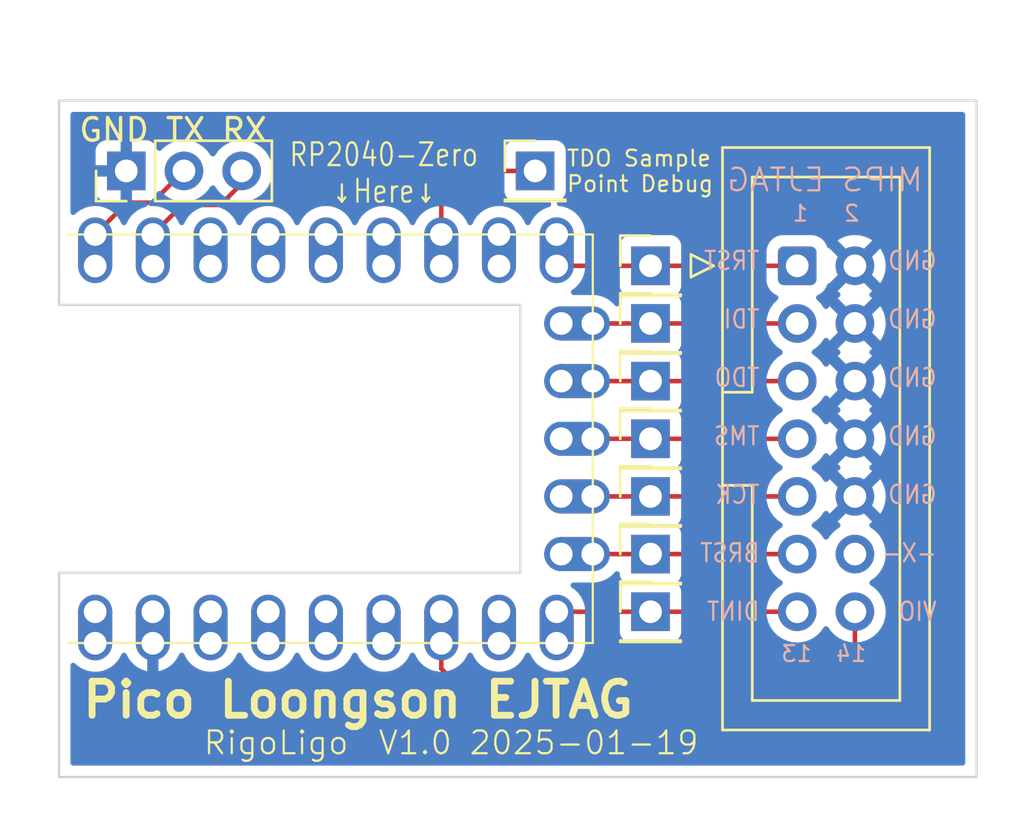
<source format=kicad_pcb>
(kicad_pcb (version 20240108) (generator "pcbnew") (generator_version "8.0")
  (title_block (title "Pico Loongson EJTAG Breakout") (date "2025-01-19") (rev "V1.0"))
  (layers (0 "F.Cu" signal) (31 "B.Cu" signal) (34 "B.Paste" user) (35 "F.Paste" user) (36 "B.SilkS" user "B.Silkscreen") (37 "F.SilkS" user "F.Silkscreen") (38 "B.Mask" user) (39 "F.Mask" user) (44 "Edge.Cuts" user))
  (net 0 "")
  (net 1 "GND")
  (net 2 "/DINT")
  (net 3 "/BRST")
  (net 4 "/TMS")
  (net 5 "/TCK")
  (net 6 "/VIO")
  (net 7 "/TDO")
  (net 8 "/TDI")
  (net 9 "/TRST")
  (net 11 "/TXD")
  (net 12 "/RXD")
  (net 35 "/TDO_SAMPLE_CLK")
  (footprint "Connector_PinHeader_2.54mm:PinHeader_1x01_P2.54mm_Vertical" (layer "F.Cu") (at 129.54 80.38)
    (property "Reference" "TP3" (hide yes))
    (property "Value" "TestPoint")
    (fp_line (start -1.33 -1.33) (end 0 -1.33) (stroke (width 0.12)) (layer "F.SilkS"))
    (fp_line (start -1.33 0) (end -1.33 -1.33) (stroke (width 0.12)) (layer "F.SilkS"))
    (fp_line (start -1.33 1.27) (end -1.33 1.33) (stroke (width 0.12)) (layer "F.SilkS"))
    (fp_line (start -1.33 1.27) (end 1.33 1.27) (stroke (width 0.12)) (layer "F.SilkS"))
    (fp_line (start -1.33 1.33) (end 1.33 1.33) (stroke (width 0.12)) (layer "F.SilkS"))
    (fp_line (start 1.33 1.27) (end 1.33 1.33) (stroke (width 0.12)) (layer "F.SilkS"))
    (pad "1" thru_hole rect (at 0 0) (size 1.7 1.7) (drill 1) (layers "*.Cu" "*.Mask") (net 7 "/TDO"))
  )
  (footprint "Connector_PinHeader_2.54mm:PinHeader_1x01_P2.54mm_Vertical" (layer "F.Cu") (at 129.54 82.92)
    (property "Reference" "TP4" (hide yes))
    (property "Value" "TestPoint")
    (fp_line (start -1.33 -1.33) (end 0 -1.33) (stroke (width 0.12)) (layer "F.SilkS"))
    (fp_line (start -1.33 0) (end -1.33 -1.33) (stroke (width 0.12)) (layer "F.SilkS"))
    (fp_line (start -1.33 1.27) (end -1.33 1.33) (stroke (width 0.12)) (layer "F.SilkS"))
    (fp_line (start -1.33 1.27) (end 1.33 1.27) (stroke (width 0.12)) (layer "F.SilkS"))
    (fp_line (start -1.33 1.33) (end 1.33 1.33) (stroke (width 0.12)) (layer "F.SilkS"))
    (fp_line (start 1.33 1.27) (end 1.33 1.33) (stroke (width 0.12)) (layer "F.SilkS"))
    (pad "1" thru_hole rect (at 0 0) (size 1.7 1.7) (drill 1) (layers "*.Cu" "*.Mask") (net 4 "/TMS"))
  )
  (footprint "Connector_PinHeader_2.54mm:PinHeader_1x01_P2.54mm_Vertical" (layer "F.Cu") (at 129.54 75.3)
    (property "Reference" "TP1" (hide yes))
    (property "Value" "TestPoint")
    (fp_line (start -1.33 -1.33) (end 0 -1.33) (stroke (width 0.12)) (layer "F.SilkS"))
    (fp_line (start -1.33 0) (end -1.33 -1.33) (stroke (width 0.12)) (layer "F.SilkS"))
    (fp_line (start -1.33 1.27) (end -1.33 1.33) (stroke (width 0.12)) (layer "F.SilkS"))
    (fp_line (start -1.33 1.27) (end 1.33 1.27) (stroke (width 0.12)) (layer "F.SilkS"))
    (fp_line (start -1.33 1.33) (end 1.33 1.33) (stroke (width 0.12)) (layer "F.SilkS"))
    (fp_line (start 1.33 1.27) (end 1.33 1.33) (stroke (width 0.12)) (layer "F.SilkS"))
    (pad "1" thru_hole rect (at 0 0) (size 1.7 1.7) (drill 1) (layers "*.Cu" "*.Mask") (net 9 "/TRST"))
  )
  (footprint "Connector_PinHeader_2.54mm:PinHeader_1x01_P2.54mm_Vertical" (layer "F.Cu") (at 129.54 77.84)
    (property "Reference" "TP2" (hide yes))
    (property "Value" "TestPoint")
    (fp_line (start -1.33 -1.33) (end 0 -1.33) (stroke (width 0.12)) (layer "F.SilkS"))
    (fp_line (start -1.33 0) (end -1.33 -1.33) (stroke (width 0.12)) (layer "F.SilkS"))
    (fp_line (start -1.33 1.27) (end -1.33 1.33) (stroke (width 0.12)) (layer "F.SilkS"))
    (fp_line (start -1.33 1.27) (end 1.33 1.27) (stroke (width 0.12)) (layer "F.SilkS"))
    (fp_line (start -1.33 1.33) (end 1.33 1.33) (stroke (width 0.12)) (layer "F.SilkS"))
    (fp_line (start 1.33 1.27) (end 1.33 1.33) (stroke (width 0.12)) (layer "F.SilkS"))
    (pad "1" thru_hole rect (at 0 0) (size 1.7 1.7) (drill 1) (layers "*.Cu" "*.Mask") (net 8 "/TDI"))
  )
  (footprint "Connector_PinHeader_2.54mm:PinHeader_1x01_P2.54mm_Vertical" (layer "F.Cu") (at 124.46 71.12)
    (property "Reference" "TP8" (hide yes))
    (property "Value" "TestPoint")
    (fp_line (start -1.33 -1.33) (end 0 -1.33) (stroke (width 0.12)) (layer "F.SilkS"))
    (fp_line (start -1.33 0) (end -1.33 -1.33) (stroke (width 0.12)) (layer "F.SilkS"))
    (fp_line (start -1.33 1.27) (end -1.33 1.33) (stroke (width 0.12)) (layer "F.SilkS"))
    (fp_line (start -1.33 1.27) (end 1.33 1.27) (stroke (width 0.12)) (layer "F.SilkS"))
    (fp_line (start -1.33 1.33) (end 1.33 1.33) (stroke (width 0.12)) (layer "F.SilkS"))
    (fp_line (start 1.33 1.27) (end 1.33 1.33) (stroke (width 0.12)) (layer "F.SilkS"))
    (pad "1" thru_hole rect (at 0 0) (size 1.7 1.7) (drill 1) (layers "*.Cu" "*.Mask") (net 35 "/TDO_SAMPLE_CLK"))
  )
  (footprint "Connector_IDC:IDC-Header_2x07_P2.54mm_Vertical" (layer "F.Cu") (at 136 75.3)
    (property "Reference" "J1" (hide yes))
    (property "Value" "Loongson EJTAG")
    (fp_line (start -4.68 -0.5) (end -4.68 0.5) (stroke (width 0.12)) (layer "F.SilkS"))
    (fp_line (start -4.68 0.5) (end -3.68 0) (stroke (width 0.12)) (layer "F.SilkS"))
    (fp_line (start -3.68 0) (end -4.68 -0.5) (stroke (width 0.12)) (layer "F.SilkS"))
    (fp_line (start -3.29 -5.21) (end 5.83 -5.21) (stroke (width 0.12)) (layer "F.SilkS"))
    (fp_line (start -3.29 5.57) (end -1.98 5.57) (stroke (width 0.12)) (layer "F.SilkS"))
    (fp_line (start -3.29 20.45) (end -3.29 -5.21) (stroke (width 0.12)) (layer "F.SilkS"))
    (fp_line (start -1.98 -3.91) (end 4.52 -3.91) (stroke (width 0.12)) (layer "F.SilkS"))
    (fp_line (start -1.98 5.57) (end -1.98 -3.91) (stroke (width 0.12)) (layer "F.SilkS"))
    (fp_line (start -1.98 9.67) (end -3.29 9.67) (stroke (width 0.12)) (layer "F.SilkS"))
    (fp_line (start -1.98 9.67) (end -1.98 9.67) (stroke (width 0.12)) (layer "F.SilkS"))
    (fp_line (start -1.98 19.15) (end -1.98 9.67) (stroke (width 0.12)) (layer "F.SilkS"))
    (fp_line (start 4.52 -3.91) (end 4.52 19.15) (stroke (width 0.12)) (layer "F.SilkS"))
    (fp_line (start 4.52 19.15) (end -1.98 19.15) (stroke (width 0.12)) (layer "F.SilkS"))
    (fp_line (start 5.83 -5.21) (end 5.83 20.45) (stroke (width 0.12)) (layer "F.SilkS"))
    (fp_line (start 5.83 20.45) (end -3.29 20.45) (stroke (width 0.12)) (layer "F.SilkS"))
    (pad "1" thru_hole roundrect (at 0 0) (size 1.7 1.7) (drill 1) (layers "*.Cu" "*.Mask") (roundrect_rratio 0.147059) (net 9 "/TRST"))
    (pad "2" thru_hole circle (at 2.54 0) (size 1.7 1.7) (drill 1) (layers "*.Cu" "*.Mask") (net 1 "GND"))
    (pad "3" thru_hole circle (at 0 2.54) (size 1.7 1.7) (drill 1) (layers "*.Cu" "*.Mask") (net 8 "/TDI"))
    (pad "4" thru_hole circle (at 2.54 2.54) (size 1.7 1.7) (drill 1) (layers "*.Cu" "*.Mask") (net 1 "GND"))
    (pad "5" thru_hole circle (at 0 5.08) (size 1.7 1.7) (drill 1) (layers "*.Cu" "*.Mask") (net 7 "/TDO"))
    (pad "6" thru_hole circle (at 2.54 5.08) (size 1.7 1.7) (drill 1) (layers "*.Cu" "*.Mask") (net 1 "GND"))
    (pad "7" thru_hole circle (at 0 7.62) (size 1.7 1.7) (drill 1) (layers "*.Cu" "*.Mask") (net 4 "/TMS"))
    (pad "8" thru_hole circle (at 2.54 7.62) (size 1.7 1.7) (drill 1) (layers "*.Cu" "*.Mask") (net 1 "GND"))
    (pad "9" thru_hole circle (at 0 10.16) (size 1.7 1.7) (drill 1) (layers "*.Cu" "*.Mask") (net 5 "/TCK"))
    (pad "10" thru_hole circle (at 2.54 10.16) (size 1.7 1.7) (drill 1) (layers "*.Cu" "*.Mask") (net 1 "GND"))
    (pad "11" thru_hole circle (at 0 12.7) (size 1.7 1.7) (drill 1) (layers "*.Cu" "*.Mask") (net 3 "/BRST"))
    (pad "12" thru_hole circle (at 2.54 12.7) (size 1.7 1.7) (drill 1) (layers "*.Cu" "*.Mask"))
    (pad "13" thru_hole circle (at 0 15.24) (size 1.7 1.7) (drill 1) (layers "*.Cu" "*.Mask") (net 2 "/DINT"))
    (pad "14" thru_hole circle (at 2.54 15.24) (size 1.7 1.7) (drill 1) (layers "*.Cu" "*.Mask") (net 6 "/VIO"))
  )
  (footprint "Connector_PinHeader_2.54mm:PinHeader_1x01_P2.54mm_Vertical" (layer "F.Cu") (at 129.54 88)
    (property "Reference" "TP6" (hide yes))
    (property "Value" "TestPoint")
    (fp_line (start -1.33 -1.33) (end 0 -1.33) (stroke (width 0.12)) (layer "F.SilkS"))
    (fp_line (start -1.33 0) (end -1.33 -1.33) (stroke (width 0.12)) (layer "F.SilkS"))
    (fp_line (start -1.33 1.27) (end -1.33 1.33) (stroke (width 0.12)) (layer "F.SilkS"))
    (fp_line (start -1.33 1.27) (end 1.33 1.27) (stroke (width 0.12)) (layer "F.SilkS"))
    (fp_line (start -1.33 1.33) (end 1.33 1.33) (stroke (width 0.12)) (layer "F.SilkS"))
    (fp_line (start 1.33 1.27) (end 1.33 1.33) (stroke (width 0.12)) (layer "F.SilkS"))
    (pad "1" thru_hole rect (at 0 0) (size 1.7 1.7) (drill 1) (layers "*.Cu" "*.Mask") (net 3 "/BRST"))
  )
  (footprint "Connector_PinHeader_2.54mm:PinHeader_1x01_P2.54mm_Vertical" (layer "F.Cu") (at 129.54 85.46)
    (property "Reference" "TP5" (hide yes))
    (property "Value" "TestPoint")
    (fp_line (start -1.33 -1.33) (end 0 -1.33) (stroke (width 0.12)) (layer "F.SilkS"))
    (fp_line (start -1.33 0) (end -1.33 -1.33) (stroke (width 0.12)) (layer "F.SilkS"))
    (fp_line (start -1.33 1.27) (end -1.33 1.33) (stroke (width 0.12)) (layer "F.SilkS"))
    (fp_line (start -1.33 1.27) (end 1.33 1.27) (stroke (width 0.12)) (layer "F.SilkS"))
    (fp_line (start -1.33 1.33) (end 1.33 1.33) (stroke (width 0.12)) (layer "F.SilkS"))
    (fp_line (start 1.33 1.27) (end 1.33 1.33) (stroke (width 0.12)) (layer "F.SilkS"))
    (pad "1" thru_hole rect (at 0 0) (size 1.7 1.7) (drill 1) (layers "*.Cu" "*.Mask") (net 5 "/TCK"))
  )
  (footprint "Connector_PinHeader_2.54mm:PinHeader_1x03_P2.54mm_Vertical" (layer "F.Cu") (at 106.46 71.12 90)
    (property "Reference" "J2" (hide yes))
    (property "Value" "Conn_01x03_Socket")
    (fp_line (start -1.33 -1.33) (end 0 -1.33) (stroke (width 0.12)) (layer "F.SilkS"))
    (fp_line (start -1.33 0) (end -1.33 -1.33) (stroke (width 0.12)) (layer "F.SilkS"))
    (fp_line (start 1.33 1.27) (end 1.33 6.41) (stroke (width 0.12)) (layer "F.SilkS"))
    (fp_line (start -1.33 1.27) (end 1.33 1.27) (stroke (width 0.12)) (layer "F.SilkS"))
    (fp_line (start -1.33 1.27) (end -1.33 6.41) (stroke (width 0.12)) (layer "F.SilkS"))
    (fp_line (start -1.33 6.41) (end 1.33 6.41) (stroke (width 0.12)) (layer "F.SilkS"))
    (pad "1" thru_hole rect (at 0 0 90) (size 1.7 1.7) (drill 1) (layers "*.Cu" "*.Mask") (net 1 "GND"))
    (pad "2" thru_hole oval (at 0 2.54 90) (size 1.7 1.7) (drill 1) (layers "*.Cu" "*.Mask") (net 11 "/TXD"))
    (pad "3" thru_hole oval (at 0 5.08 90) (size 1.7 1.7) (drill 1) (layers "*.Cu" "*.Mask") (net 12 "/RXD"))
  )
  (footprint "Rigo_Breakout_Board:RP2040-Zero" (layer "F.Cu") (at 115.25 82.92 90)
    (property "Reference" "U1" (hide yes))
    (property "Value" "RP2040-Zero")
    (pad "1" thru_hole oval (at 7.61 -10.16 90) (size 2.88 1.5) (drill 1 (offset 0.69 0)) (layers "*.Cu" "*.Mask") (net 11 "/TXD"))
    (pad "1" thru_hole oval (at 9 -10.16 90) (size 1.5 1.5) (drill 1) (layers "*.Cu" "*.Mask") (net 11 "/TXD"))
    (pad "2" thru_hole oval (at 7.61 -7.62 90) (size 2.88 1.5) (drill 1 (offset 0.69 0)) (layers "*.Cu" "*.Mask") (net 12 "/RXD"))
    (pad "2" thru_hole oval (at 9 -7.62 90) (size 1.5 1.5) (drill 1) (layers "*.Cu" "*.Mask") (net 12 "/RXD"))
    (pad "3" thru_hole oval (at 7.61 -5.08 90) (size 2.88 1.5) (drill 1 (offset 0.69 0)) (layers "*.Cu" "*.Mask"))
    (pad "3" thru_hole oval (at 9 -5.08 90) (size 1.5 1.5) (drill 1) (layers "*.Cu" "*.Mask"))
    (pad "4" thru_hole oval (at 7.61 -2.54 90) (size 2.88 1.5) (drill 1 (offset 0.69 0)) (layers "*.Cu" "*.Mask"))
    (pad "4" thru_hole oval (at 9 -2.54 90) (size 1.5 1.5) (drill 1) (layers "*.Cu" "*.Mask"))
    (pad "5" thru_hole oval (at 7.61 0 90) (size 2.88 1.5) (drill 1 (offset 0.69 0)) (layers "*.Cu" "*.Mask"))
    (pad "5" thru_hole oval (at 9 0 90) (size 1.5 1.5) (drill 1) (layers "*.Cu" "*.Mask"))
    (pad "6" thru_hole oval (at 7.61 2.54 90) (size 2.88 1.5) (drill 1 (offset 0.69 0)) (layers "*.Cu" "*.Mask"))
    (pad "6" thru_hole oval (at 9 2.54 90) (size 1.5 1.5) (drill 1) (layers "*.Cu" "*.Mask"))
    (pad "7" thru_hole oval (at 7.61 5.08 90) (size 2.88 1.5) (drill 1 (offset 0.69 0)) (layers "*.Cu" "*.Mask") (net 35 "/TDO_SAMPLE_CLK"))
    (pad "7" thru_hole oval (at 9 5.08 90) (size 1.5 1.5) (drill 1) (layers "*.Cu" "*.Mask") (net 35 "/TDO_SAMPLE_CLK"))
    (pad "8" thru_hole oval (at 7.61 7.62 90) (size 2.88 1.5) (drill 1 (offset 0.69 0)) (layers "*.Cu" "*.Mask"))
    (pad "8" thru_hole oval (at 9 7.62 90) (size 1.5 1.5) (drill 1) (layers "*.Cu" "*.Mask"))
    (pad "9" thru_hole oval (at 7.61 10.16 90) (size 2.88 1.5) (drill 1 (offset 0.69 0)) (layers "*.Cu" "*.Mask") (net 9 "/TRST"))
    (pad "9" thru_hole oval (at 9 10.16 90) (size 1.5 1.5) (drill 1) (layers "*.Cu" "*.Mask") (net 9 "/TRST"))
    (pad "10" thru_hole oval (at 5.08 10.36 180) (size 1.5 1.5) (drill 1) (layers "*.Cu" "*.Mask") (net 8 "/TDI"))
    (pad "10" thru_hole oval (at 5.08 11.75 180) (size 2.88 1.5) (drill 1 (offset 0.69 0)) (layers "*.Cu" "*.Mask") (net 8 "/TDI"))
    (pad "11" thru_hole oval (at 2.54 10.36 180) (size 1.5 1.5) (drill 1) (layers "*.Cu" "*.Mask") (net 7 "/TDO"))
    (pad "11" thru_hole oval (at 2.54 11.75 180) (size 2.88 1.5) (drill 1 (offset 0.69 0)) (layers "*.Cu" "*.Mask") (net 7 "/TDO"))
    (pad "12" thru_hole oval (at 0 10.36 180) (size 1.5 1.5) (drill 1) (layers "*.Cu" "*.Mask") (net 4 "/TMS"))
    (pad "12" thru_hole oval (at 0 11.75 180) (size 2.88 1.5) (drill 1 (offset 0.69 0)) (layers "*.Cu" "*.Mask") (net 4 "/TMS"))
    (pad "13" thru_hole oval (at -2.54 10.36 180) (size 1.5 1.5) (drill 1) (layers "*.Cu" "*.Mask") (net 5 "/TCK"))
    (pad "13" thru_hole oval (at -2.54 11.75 180) (size 2.88 1.5) (drill 1 (offset 0.69 0)) (layers "*.Cu" "*.Mask") (net 5 "/TCK"))
    (pad "14" thru_hole oval (at -5.08 10.36 180) (size 1.5 1.5) (drill 1) (layers "*.Cu" "*.Mask") (net 3 "/BRST"))
    (pad "14" thru_hole oval (at -5.08 11.75 180) (size 2.88 1.5) (drill 1 (offset 0.69 0)) (layers "*.Cu" "*.Mask") (net 3 "/BRST"))
    (pad "15" thru_hole oval (at -9.01 10.16 90) (size 2.88 1.5) (drill 1 (offset 0.69 0)) (layers "*.Cu" "*.Mask") (net 2 "/DINT"))
    (pad "15" thru_hole oval (at -7.62 10.16 90) (size 1.5 1.5) (drill 1) (layers "*.Cu" "*.Mask") (net 2 "/DINT"))
    (pad "16" thru_hole oval (at -9.01 7.62 90) (size 2.88 1.5) (drill 1 (offset 0.69 0)) (layers "*.Cu" "*.Mask"))
    (pad "16" thru_hole oval (at -7.62 7.62 90) (size 1.5 1.5) (drill 1) (layers "*.Cu" "*.Mask"))
    (pad "17" thru_hole oval (at -9.01 5.08 90) (size 2.88 1.5) (drill 1 (offset 0.69 0)) (layers "*.Cu" "*.Mask") (net 6 "/VIO"))
    (pad "17" thru_hole oval (at -7.62 5.08 90) (size 1.5 1.5) (drill 1) (layers "*.Cu" "*.Mask") (net 6 "/VIO"))
    (pad "18" thru_hole oval (at -9.01 2.54 90) (size 2.88 1.5) (drill 1 (offset 0.69 0)) (layers "*.Cu" "*.Mask"))
    (pad "18" thru_hole oval (at -7.62 2.54 90) (size 1.5 1.5) (drill 1) (layers "*.Cu" "*.Mask"))
    (pad "19" thru_hole oval (at -9.01 0 90) (size 2.88 1.5) (drill 1 (offset 0.69 0)) (layers "*.Cu" "*.Mask"))
    (pad "19" thru_hole oval (at -7.62 0 90) (size 1.5 1.5) (drill 1) (layers "*.Cu" "*.Mask"))
    (pad "20" thru_hole oval (at -9.01 -2.54 90) (size 2.88 1.5) (drill 1 (offset 0.69 0)) (layers "*.Cu" "*.Mask"))
    (pad "20" thru_hole oval (at -7.62 -2.54 90) (size 1.5 1.5) (drill 1) (layers "*.Cu" "*.Mask"))
    (pad "21" thru_hole oval (at -9.01 -5.08 90) (size 2.88 1.5) (drill 1 (offset 0.69 0)) (layers "*.Cu" "*.Mask"))
    (pad "21" thru_hole oval (at -7.62 -5.08 90) (size 1.5 1.5) (drill 1) (layers "*.Cu" "*.Mask"))
    (pad "22" thru_hole oval (at -9.01 -7.62 90) (size 2.88 1.5) (drill 1 (offset 0.69 0)) (layers "*.Cu" "*.Mask") (net 1 "GND"))
    (pad "22" thru_hole oval (at -7.62 -7.62 90) (size 1.5 1.5) (drill 1) (layers "*.Cu" "*.Mask") (net 1 "GND"))
    (pad "23" thru_hole oval (at -9.01 -10.16 90) (size 2.88 1.5) (drill 1 (offset 0.69 0)) (layers "*.Cu" "*.Mask"))
    (pad "23" thru_hole oval (at -7.62 -10.16 90) (size 1.5 1.5) (drill 1) (layers "*.Cu" "*.Mask"))
  )
  (footprint "Connector_PinHeader_2.54mm:PinHeader_1x01_P2.54mm_Vertical" (layer "F.Cu") (at 129.54 90.54)
    (property "Reference" "TP7" (hide yes))
    (property "Value" "TestPoint")
    (fp_line (start -1.33 -1.33) (end 0 -1.33) (stroke (width 0.12)) (layer "F.SilkS"))
    (fp_line (start -1.33 0) (end -1.33 -1.33) (stroke (width 0.12)) (layer "F.SilkS"))
    (fp_line (start -1.33 1.27) (end -1.33 1.33) (stroke (width 0.12)) (layer "F.SilkS"))
    (fp_line (start -1.33 1.27) (end 1.33 1.27) (stroke (width 0.12)) (layer "F.SilkS"))
    (fp_line (start -1.33 1.33) (end 1.33 1.33) (stroke (width 0.12)) (layer "F.SilkS"))
    (fp_line (start 1.33 1.27) (end 1.33 1.33) (stroke (width 0.12)) (layer "F.SilkS"))
    (pad "1" thru_hole rect (at 0 0) (size 1.7 1.7) (drill 1) (layers "*.Cu" "*.Mask") (net 2 "/DINT"))
  )
  (gr_line (start 127 73.92) (end 127 91.92) (stroke (width 0.1)) (layer "F.SilkS"))
  (gr_line (start 103.9 73.92) (end 127 73.92) (stroke (width 0.1)) (layer "F.SilkS"))
  (gr_line (start 127 91.92) (end 103.9 91.92) (stroke (width 0.1)) (layer "F.SilkS"))
  (gr_poly (pts (xy 123.814 77.02) (xy 103.5 77.02) (xy 103.5 68.02) (xy 143.9 68.02) (xy 143.9 97.82) (xy 103.5 97.82) (xy 103.5 88.82) (xy 123.814 88.82)) (stroke (width 0.1)) (fill none) (layer "Edge.Cuts"))
  (gr_text "MIPS EJTAG" (at 141.6 72.1 0) (layer "B.SilkS") (effects (font (size 1 1) (thickness 0.1)) (justify left bottom mirror)))
  (gr_text "GND\n\nGND\n\nGND\n\nGND\n\nGND\n\n-X-\n\nVIO" (at 142.2 91 0) (layer "B.SilkS") (effects (font (size 0.8 0.7) (thickness 0.1)) (justify left bottom mirror)))
  (gr_text "14  13" (at 139.1 92.8 0) (layer "B.SilkS") (effects (font (size 0.7 0.7) (thickness 0.1)) (justify left bottom mirror)))
  (gr_text "TRST\n\nTDI\n\nTDO\n\nTMS\n\nTCK\n\nBRST\n\nDINT" (at 134.4 91 0) (layer "B.SilkS") (effects (font (size 0.8 0.7) (thickness 0.1)) (justify left bottom mirror)))
  (gr_text "2   1" (at 138.8 73.4 0) (layer "B.SilkS") (effects (font (size 0.7 0.7) (thickness 0.1)) (justify left bottom mirror)))
  (gr_text "TDO Sample\nPoint Debug" (at 125.8 72.1 0) (layer "F.SilkS") (effects (font (size 0.7 0.7) (thickness 0.1)) (justify left bottom)))
  (gr_text "${REVISION} ${ISSUE_DATE}" (at 117.5 96.9 0) (layer "F.SilkS") (effects (font (size 1 1) (thickness 0.1)) (justify left bottom)))
  (gr_text "RP2040-Zero\n↓Here↓" (at 117.8 72.6 0) (layer "F.SilkS") (effects (font (size 1 0.8) (thickness 0.1)) (justify bottom)))
  (gr_text "RigoLigo" (at 109.8 96.9 0) (layer "F.SilkS") (effects (font (size 1 1) (thickness 0.1)) (justify left bottom)))
  (gr_text "Pico Loongson EJTAG" (at 104.4 95.3 0) (layer "F.SilkS") (effects (font (size 1.5 1.5) (thickness 0.3) (bold yes)) (justify left bottom)))
  (gr_text "GND TX RX" (at 104.3 69.9 0) (layer "F.SilkS") (effects (font (size 1 1)) (justify left bottom)))
  (segment (start 125.41 90.54) (end 136 90.54) (width 0.2) (layer "F.Cu") (net 2))
  (segment (start 127 88) (end 136 88) (width 0.2) (layer "F.Cu") (net 3))
  (segment (start 127 82.92) (end 136 82.92) (width 0.2) (layer "F.Cu") (net 4))
  (segment (start 127 85.46) (end 136 85.46) (width 0.2) (layer "F.Cu") (net 5))
  (segment (start 120.33 91.93) (end 120.33 93.05) (width 0.2) (layer "F.Cu") (net 6))
  (segment (start 137.22 94) (end 138.54 92.68) (width 0.2) (layer "F.Cu") (net 6))
  (segment (start 120.33 93.05) (end 121.28 94) (width 0.2) (layer "F.Cu") (net 6))
  (segment (start 138.54 92.68) (end 138.54 90.54) (width 0.2) (layer "F.Cu") (net 6))
  (segment (start 121.28 94) (end 137.22 94) (width 0.2) (layer "F.Cu") (net 6))
  (segment (start 127 80.38) (end 136 80.38) (width 0.2) (layer "F.Cu") (net 7))
  (segment (start 127 77.84) (end 136 77.84) (width 0.2) (layer "F.Cu") (net 8))
  (segment (start 125.41 75.31) (end 125.42 75.3) (width 0.2) (layer "F.Cu") (net 9))
  (segment (start 125.42 75.3) (end 136 75.3) (width 0.2) (layer "F.Cu") (net 9))
  (segment (start 105.09 73.92) (end 106.49 72.52) (width 0.2) (layer "F.Cu") (net 11))
  (segment (start 106.49 72.52) (end 107.6 72.52) (width 0.2) (layer "F.Cu") (net 11))
  (segment (start 107.6 72.52) (end 109 71.12) (width 0.2) (layer "F.Cu") (net 11))
  (segment (start 107.63 73.92) (end 108.93 72.62) (width 0.2) (layer "F.Cu") (net 12))
  (segment (start 110.6 72.62) (end 111.54 71.68) (width 0.2) (layer "F.Cu") (net 12))
  (segment (start 108.93 72.62) (end 110.6 72.62) (width 0.2) (layer "F.Cu") (net 12))
  (segment (start 111.54 71.68) (end 111.54 71.12) (width 0.2) (layer "F.Cu") (net 12))
  (segment (start 121.78 71.12) (end 120.33 72.57) (width 0.2) (layer "F.Cu") (net 35))
  (segment (start 124.46 71.12) (end 121.78 71.12) (width 0.2) (layer "F.Cu") (net 35))
  (segment (start 120.33 72.57) (end 120.33 73.92) (width 0.2) (layer "F.Cu") (net 35))
  (zone (net 1) (net_name "GND") (layer "B.Cu") (connect_pads (clearance 0.5)) (min_thickness 0.25) (fill yes (thermal_gap 0.5) (thermal_bridge_width 0.5))
    (polygon (pts (xy 146 65.9) (xy 146 100.3) (xy 101 100.3) (xy 100.9 100.2) (xy 100.9 66.4) (xy 101.4 65.9)))
  )
)
</source>
